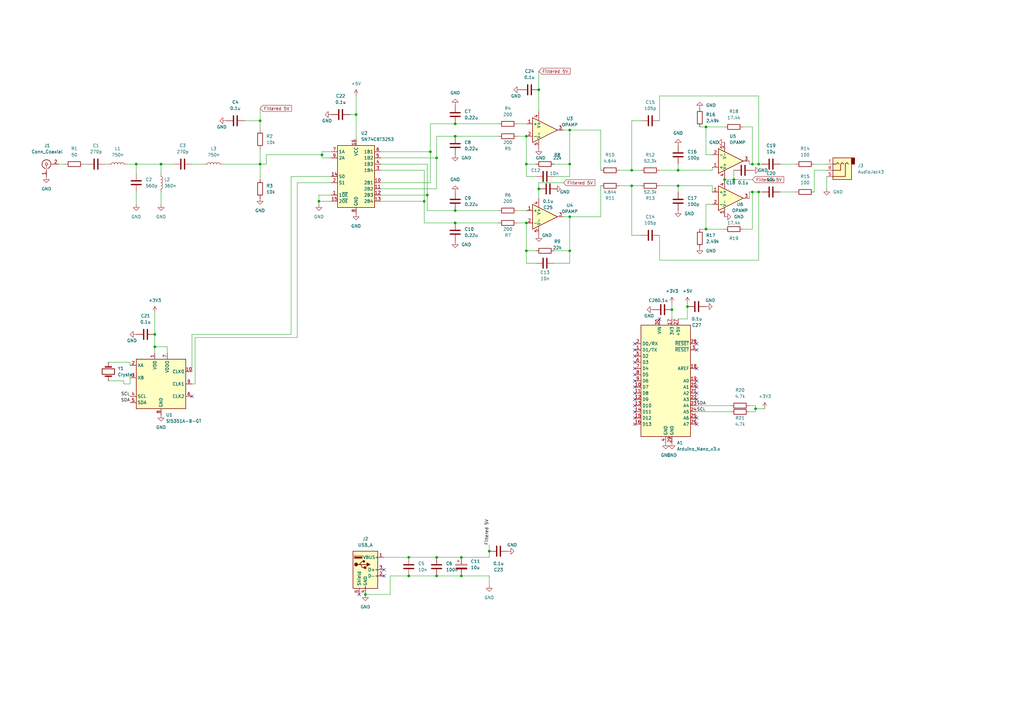
<source format=kicad_sch>
(kicad_sch (version 20211123) (generator eeschema)
  (paper "A3")
  (lib_symbols
    (symbol "Analog_Switch:SN74CBT3253"
      (property "Reference" "U" (at -7.62 13.97 0))
      (property "Value" "SN74CBT3253" (at -11.43 -13.97 0))
      (symbol "SN74CBT3253_0_1"
        (rectangle (start -7.62 12.7) (end 7.62 -12.7) (stroke (width 0.254)) (fill (type background)))
        (rectangle (start 7.62 -12.7) (end 7.62 -12.7))
      )
      (symbol "SN74CBT3253_1_1"
        (pin input line (at -10.16 -7.62 0) (length 2.54) (name "1~{OE}") (number "1"))
        (pin bidirectional line (at 10.16 -2.54 180) (length 2.54) (name "2B1") (number "10"))
        (pin bidirectional line (at 10.16 -5.08 180) (length 2.54) (name "2B2") (number "11"))
        (pin bidirectional line (at 10.16 -7.62 180) (length 2.54) (name "2B3") (number "12"))
        (pin bidirectional line (at 10.16 -10.16 180) (length 2.54) (name "2B4") (number "13"))
        (pin input line (at -10.16 0 0) (length 2.54) (name "S0") (number "14"))
        (pin input line (at -10.16 -10.16 0) (length 2.54) (name "2~{OE}") (number "15"))
        (pin power_in line (at 0 15.24 270) (length 2.54) (name "VCC") (number "16"))
        (pin input line (at -10.16 -2.54 0) (length 2.54) (name "S1") (number "2"))
        (pin bidirectional line (at 10.16 2.54 180) (length 2.54) (name "1B4") (number "3"))
        (pin bidirectional line (at 10.16 5.08 180) (length 2.54) (name "1B3") (number "4"))
        (pin bidirectional line (at 10.16 7.62 180) (length 2.54) (name "1B2") (number "5"))
        (pin bidirectional line (at 10.16 10.16 180) (length 2.54) (name "1B1") (number "6"))
        (pin bidirectional line (at -10.16 10.16 0) (length 2.54) (name "1A") (number "7"))
        (pin power_in line (at 0 -15.24 90) (length 2.54) (name "GND") (number "8"))
        (pin bidirectional line (at -10.16 7.62 0) (length 2.54) (name "2A") (number "9"))
      )
    )
    (symbol "Connector:AudioJack3"
      (property "Reference" "J" (at 0 8.89 0))
      (property "Value" "AudioJack3" (at 0 6.35 0))
      (symbol "AudioJack3_0_1"
        (rectangle (start -5.08 -5.08) (end -6.35 -2.54) (stroke (width 0.254)) (fill (type outline)))
        (polyline (pts (xy 0 -2.54) (xy 0.635 -3.175) (xy 1.27 -2.54) (xy 2.54 -2.54)) (stroke (width 0.254)))
        (polyline (pts (xy -1.905 -2.54) (xy -1.27 -3.175) (xy -0.635 -2.54) (xy -0.635 0) (xy 2.54 0)) (stroke (width 0.254)))
        (polyline (pts (xy 2.54 2.54) (xy -2.54 2.54) (xy -2.54 -2.54) (xy -3.175 -3.175) (xy -3.81 -2.54)) (stroke (width 0.254)))
        (rectangle (start 2.54 3.81) (end -5.08 -5.08) (stroke (width 0.254)) (fill (type background)))
      )
      (symbol "AudioJack3_1_1"
        (pin passive line (at 5.08 0 180) (length 2.54) (name "~") (number "R"))
        (pin passive line (at 5.08 2.54 180) (length 2.54) (name "~") (number "S"))
        (pin passive line (at 5.08 -2.54 180) (length 2.54) (name "~") (number "T"))
      )
    )
    (symbol "Connector:Conn_Coaxial" (pin_names (offset 1.016) hide)
      (property "Reference" "J" (at 0.254 3.048 0))
      (property "Value" "Conn_Coaxial" (at 2.921 0 90))
      (symbol "Conn_Coaxial_0_1"
        (arc (start -1.778 -0.508) (mid 0.2311 -1.8066) (end 1.778 0) (stroke (width 0.254)))
        (polyline (pts (xy -2.54 0) (xy -0.508 0)))
        (polyline (pts (xy 0 -2.54) (xy 0 -1.778)))
        (circle (center 0 0) (radius 0.508) (stroke (width 0.2032)))
        (arc (start 1.778 0) (mid 0.2099 1.8101) (end -1.778 0.508) (stroke (width 0.254)))
      )
      (symbol "Conn_Coaxial_1_1"
        (pin passive line (at -5.08 0 0) (length 2.54) (name "In") (number "1"))
        (pin passive line (at 0 -5.08 90) (length 2.54) (name "Ext") (number "2"))
      )
    )
    (symbol "Connector:USB_A" (pin_names (offset 1.016))
      (property "Reference" "J" (at -5.08 11.43 0))
      (property "Value" "USB_A" (at -5.08 8.89 0))
      (symbol "USB_A_0_1"
        (rectangle (start -5.08 -7.62) (end 5.08 7.62) (stroke (width 0.254)) (fill (type background)))
        (circle (center -3.81 2.159) (radius 0.635) (stroke (width 0.254)) (fill (type outline)))
        (rectangle (start -1.524 4.826) (end -4.318 5.334) (fill (type outline)))
        (rectangle (start -1.27 4.572) (end -4.572 5.842))
        (circle (center -0.635 3.429) (radius 0.381) (stroke (width 0.254)) (fill (type outline)))
        (rectangle (start -0.127 -7.62) (end 0.127 -6.858))
        (polyline (pts (xy -3.175 2.159) (xy -2.54 2.159) (xy -1.27 3.429) (xy -0.635 3.429)) (stroke (width 0.254)))
        (polyline (pts (xy -2.54 2.159) (xy -1.905 2.159) (xy -1.27 0.889) (xy 0 0.889)) (stroke (width 0.254)))
        (polyline (pts (xy 0.635 2.794) (xy 0.635 1.524) (xy 1.905 2.159) (xy 0.635 2.794)) (stroke (width 0.254)) (fill (type outline)))
        (rectangle (start 0.254 1.27) (end -0.508 0.508) (stroke (width 0.254)) (fill (type outline)))
        (rectangle (start 5.08 -2.667) (end 4.318 -2.413))
        (rectangle (start 5.08 -0.127) (end 4.318 0.127))
        (rectangle (start 5.08 4.953) (end 4.318 5.207))
      )
      (symbol "USB_A_1_1"
        (polyline (pts (xy -1.905 2.159) (xy 0.635 2.159)) (stroke (width 0.254)))
        (pin power_in line (at 7.62 5.08 180) (length 2.54) (name "VBUS") (number "1"))
        (pin bidirectional line (at 7.62 -2.54 180) (length 2.54) (name "D-") (number "2"))
        (pin bidirectional line (at 7.62 0 180) (length 2.54) (name "D+") (number "3"))
        (pin power_in line (at 0 -10.16 90) (length 2.54) (name "GND") (number "4"))
        (pin passive line (at -2.54 -10.16 90) (length 2.54) (name "Shield") (number "5"))
      )
    )
    (symbol "Device:C" (pin_numbers hide) (pin_names (offset 0.254))
      (property "Reference" "C" (at 0.635 2.54 0))
      (property "Value" "C" (at 0.635 -2.54 0))
      (symbol "C_0_1"
        (polyline (pts (xy -2.032 -0.762) (xy 2.032 -0.762)) (stroke (width 0.508)))
        (polyline (pts (xy -2.032 0.762) (xy 2.032 0.762)) (stroke (width 0.508)))
      )
      (symbol "C_1_1"
        (pin passive line (at 0 3.81 270) (length 2.794) (name "~") (number "1"))
        (pin passive line (at 0 -3.81 90) (length 2.794) (name "~") (number "2"))
      )
    )
    (symbol "Device:C_Polarized" (pin_numbers hide) (pin_names (offset 0.254))
      (property "Reference" "C" (at 0.635 2.54 0))
      (property "Value" "C_Polarized" (at 0.635 -2.54 0))
      (symbol "C_Polarized_0_1"
        (rectangle (start -2.286 0.508) (end 2.286 1.016))
        (polyline (pts (xy -1.778 2.286) (xy -0.762 2.286)))
        (polyline (pts (xy -1.27 2.794) (xy -1.27 1.778)))
        (rectangle (start 2.286 -0.508) (end -2.286 -1.016) (fill (type outline)))
      )
      (symbol "C_Polarized_1_1"
        (pin passive line (at 0 3.81 270) (length 2.794) (name "~") (number "1"))
        (pin passive line (at 0 -3.81 90) (length 2.794) (name "~") (number "2"))
      )
    )
    (symbol "Device:Crystal" (pin_numbers hide) (pin_names (offset 1.016) hide)
      (property "Reference" "Y" (at 0 3.81 0))
      (property "Value" "Crystal" (at 0 -3.81 0))
      (symbol "Crystal_0_1"
        (rectangle (start -1.143 2.54) (end 1.143 -2.54) (stroke (width 0.3048)))
        (polyline (pts (xy -2.54 0) (xy -1.905 0)))
        (polyline (pts (xy -1.905 -1.27) (xy -1.905 1.27)) (stroke (width 0.508)))
        (polyline (pts (xy 1.905 -1.27) (xy 1.905 1.27)) (stroke (width 0.508)))
        (polyline (pts (xy 2.54 0) (xy 1.905 0)))
      )
      (symbol "Crystal_1_1"
        (pin passive line (at -3.81 0 0) (length 1.27) (name "1") (number "1"))
        (pin passive line (at 3.81 0 180) (length 1.27) (name "2") (number "2"))
      )
    )
    (symbol "Device:L" (pin_numbers hide) (pin_names (offset 1.016) hide)
      (property "Reference" "L" (at -1.27 0 90))
      (property "Value" "L" (at 1.905 0 90))
      (symbol "L_0_1"
        (arc (start 0 -2.54) (mid 0.635 -1.905) (end 0 -1.27))
        (arc (start 0 -1.27) (mid 0.635 -0.635) (end 0 0))
        (arc (start 0 0) (mid 0.635 0.635) (end 0 1.27))
        (arc (start 0 1.27) (mid 0.635 1.905) (end 0 2.54))
      )
      (symbol "L_1_1"
        (pin passive line (at 0 3.81 270) (length 1.27) (name "1") (number "1"))
        (pin passive line (at 0 -3.81 90) (length 1.27) (name "2") (number "2"))
      )
    )
    (symbol "Device:R" (pin_numbers hide) (pin_names (offset 0))
      (property "Reference" "R" (at 2.032 0 90))
      (property "Value" "R" (at 0 0 90))
      (symbol "R_0_1"
        (rectangle (start -1.016 -2.54) (end 1.016 2.54) (stroke (width 0.254)))
      )
      (symbol "R_1_1"
        (pin passive line (at 0 3.81 270) (length 1.27) (name "~") (number "1"))
        (pin passive line (at 0 -3.81 90) (length 1.27) (name "~") (number "2"))
      )
    )
    (symbol "MCU_Module:Arduino_Nano_v3.x"
      (property "Reference" "A" (at -10.16 23.495 0))
      (property "Value" "Arduino_Nano_v3.x" (at 5.08 -24.13 0))
      (symbol "Arduino_Nano_v3.x_0_1"
        (rectangle (start -10.16 22.86) (end 10.16 -22.86) (stroke (width 0.254)) (fill (type background)))
      )
      (symbol "Arduino_Nano_v3.x_1_1"
        (pin bidirectional line (at -12.7 12.7 0) (length 2.54) (name "D1/TX") (number "1"))
        (pin bidirectional line (at -12.7 -2.54 0) (length 2.54) (name "D7") (number "10"))
        (pin bidirectional line (at -12.7 -5.08 0) (length 2.54) (name "D8") (number "11"))
        (pin bidirectional line (at -12.7 -7.62 0) (length 2.54) (name "D9") (number "12"))
        (pin bidirectional line (at -12.7 -10.16 0) (length 2.54) (name "D10") (number "13"))
        (pin bidirectional line (at -12.7 -12.7 0) (length 2.54) (name "D11") (number "14"))
        (pin bidirectional line (at -12.7 -15.24 0) (length 2.54) (name "D12") (number "15"))
        (pin bidirectional line (at -12.7 -17.78 0) (length 2.54) (name "D13") (number "16"))
        (pin power_out line (at 2.54 25.4 270) (length 2.54) (name "3V3") (number "17"))
        (pin input line (at 12.7 5.08 180) (length 2.54) (name "AREF") (number "18"))
        (pin bidirectional line (at 12.7 0 180) (length 2.54) (name "A0") (number "19"))
        (pin bidirectional line (at -12.7 15.24 0) (length 2.54) (name "D0/RX") (number "2"))
        (pin bidirectional line (at 12.7 -2.54 180) (length 2.54) (name "A1") (number "20"))
        (pin bidirectional line (at 12.7 -5.08 180) (length 2.54) (name "A2") (number "21"))
        (pin bidirectional line (at 12.7 -7.62 180) (length 2.54) (name "A3") (number "22"))
        (pin bidirectional line (at 12.7 -10.16 180) (length 2.54) (name "A4") (number "23"))
        (pin bidirectional line (at 12.7 -12.7 180) (length 2.54) (name "A5") (number "24"))
        (pin bidirectional line (at 12.7 -15.24 180) (length 2.54) (name "A6") (number "25"))
        (pin bidirectional line (at 12.7 -17.78 180) (length 2.54) (name "A7") (number "26"))
        (pin power_out line (at 5.08 25.4 270) (length 2.54) (name "+5V") (number "27"))
        (pin input line (at 12.7 15.24 180) (length 2.54) (name "~{RESET}") (number "28"))
        (pin power_in line (at 2.54 -25.4 90) (length 2.54) (name "GND") (number "29"))
        (pin input line (at 12.7 12.7 180) (length 2.54) (name "~{RESET}") (number "3"))
        (pin power_in line (at -2.54 25.4 270) (length 2.54) (name "VIN") (number "30"))
        (pin power_in line (at 0 -25.4 90) (length 2.54) (name "GND") (number "4"))
        (pin bidirectional line (at -12.7 10.16 0) (length 2.54) (name "D2") (number "5"))
        (pin bidirectional line (at -12.7 7.62 0) (length 2.54) (name "D3") (number "6"))
        (pin bidirectional line (at -12.7 5.08 0) (length 2.54) (name "D4") (number "7"))
        (pin bidirectional line (at -12.7 2.54 0) (length 2.54) (name "D5") (number "8"))
        (pin bidirectional line (at -12.7 0 0) (length 2.54) (name "D6") (number "9"))
      )
    )
    (symbol "Oscillator:Si5351A-B-GT"
      (property "Reference" "U" (at -8.89 11.43 0))
      (property "Value" "Si5351A-B-GT" (at -12.7 -12.7 0))
      (symbol "Si5351A-B-GT_0_1"
        (rectangle (start -10.16 10.16) (end 10.16 -10.16) (stroke (width 0.254)) (fill (type background)))
      )
      (symbol "Si5351A-B-GT_1_1"
        (pin power_in line (at -2.54 12.7 270) (length 2.54) (name "VDD") (number "1"))
        (pin output line (at 12.7 5.08 180) (length 2.54) (name "CLK0") (number "10"))
        (pin input line (at -12.7 7.62 0) (length 2.54) (name "XA") (number "2"))
        (pin input line (at -12.7 2.54 0) (length 2.54) (name "XB") (number "3"))
        (pin input line (at -12.7 -5.08 0) (length 2.54) (name "SCL") (number "4"))
        (pin bidirectional line (at -12.7 -7.62 0) (length 2.54) (name "SDA") (number "5"))
        (pin output line (at 12.7 -5.08 180) (length 2.54) (name "CLK2") (number "6"))
        (pin power_in line (at 2.54 12.7 270) (length 2.54) (name "VDDO") (number "7"))
        (pin power_in line (at 0 -12.7 90) (length 2.54) (name "GND") (number "8"))
        (pin output line (at 12.7 0 180) (length 2.54) (name "CLK1") (number "9"))
      )
    )
    (symbol "power:+3.3V" (power) (pin_names (offset 0))
      (property "Value" "+3.3V" (at 0 3.556 0))
      (symbol "+3.3V_0_1"
        (polyline (pts (xy -0.762 1.27) (xy 0 2.54)))
        (polyline (pts (xy 0 0) (xy 0 2.54)))
        (polyline (pts (xy 0 2.54) (xy 0.762 1.27)))
      )
      (symbol "+3.3V_1_1"
        (pin power_in line (at 0 0 90) (length 0) hide (name "+3V3") (number "1"))
      )
    )
    (symbol "power:+5V" (power) (pin_names (offset 0))
      (property "Value" "+5V" (at 0 3.556 0))
      (symbol "+5V_0_1"
        (polyline (pts (xy -0.762 1.27) (xy 0 2.54)))
        (polyline (pts (xy 0 0) (xy 0 2.54)))
        (polyline (pts (xy 0 2.54) (xy 0.762 1.27)))
      )
      (symbol "+5V_1_1"
        (pin power_in line (at 0 0 90) (length 0) hide (name "+5V") (number "1"))
      )
    )
    (symbol "power:GND" (power) (pin_names (offset 0))
      (property "Value" "GND" (at 0 -3.81 0))
      (symbol "GND_0_1"
        (polyline (pts (xy 0 0) (xy 0 -1.27) (xy 1.27 -1.27) (xy 0 -2.54) (xy -1.27 -1.27) (xy 0 -1.27)))
      )
      (symbol "GND_1_1"
        (pin power_in line (at 0 0 270) (length 0) hide (name "GND") (number "1"))
      )
    )
    (symbol "pspice:OPAMP" (pin_names (offset 0.254))
      (property "Reference" "U" (at 3.81 3.175 0))
      (property "Value" "OPAMP" (at 3.81 -3.175 0))
      (symbol "OPAMP_0_1"
        (polyline (pts (xy 5.08 0) (xy -5.08 5.08) (xy -5.08 -5.08) (xy 5.08 0)) (stroke (width 0.254)) (fill (type background)))
      )
      (symbol "OPAMP_1_1"
        (pin input line (at -7.62 2.54 0) (length 2.54) (name "+") (number "1"))
        (pin input line (at -7.62 -2.54 0) (length 2.54) (name "-") (number "2"))
        (pin output line (at 7.62 0 180) (length 2.54) (name "~") (number "3"))
        (pin power_in line (at -2.54 7.62 270) (length 3.81) (name "V+") (number "4"))
        (pin power_in line (at -2.54 -7.62 90) (length 3.81) (name "V-") (number "5"))
      )
    )
  )
  (junction (at 175.26 80.01))
  (junction (at 66.04 67.31))
  (junction (at 233.68 67.31))
  (junction (at 179.07 64.77))
  (junction (at 55.88 67.31))
  (junction (at 173.99 82.55))
  (junction (at 149.86 243.84))
  (junction (at 259.08 69.85))
  (junction (at 63.5 137.16))
  (junction (at 215.9 67.31))
  (junction (at 106.68 49.53))
  (junction (at 311.15 67.31))
  (junction (at 132.08 63.5))
  (junction (at 200.66 226.06))
  (junction (at 308.61 67.31))
  (junction (at 297.18 73.66))
  (junction (at 281.94 125.73))
  (junction (at 186.69 55.88))
  (junction (at 289.56 93.98))
  (junction (at 63.5 142.24))
  (junction (at 259.08 76.2))
  (junction (at 233.68 102.87))
  (junction (at 308.61 78.74))
  (junction (at 186.69 91.44))
  (junction (at 309.88 167.64))
  (junction (at 146.05 46.99))
  (junction (at 220.98 77.47))
  (junction (at 278.13 76.2))
  (junction (at 275.59 127))
  (junction (at 189.23 236.22))
  (junction (at 106.68 67.31))
  (junction (at 189.23 228.6))
  (junction (at 289.56 52.07))
  (junction (at 167.64 228.6))
  (junction (at 300.99 73.66))
  (junction (at 311.15 78.74))
  (junction (at 130.81 82.55))
  (junction (at 186.69 86.36))
  (junction (at 233.68 88.9))
  (junction (at 215.9 102.87))
  (junction (at 186.69 50.8))
  (junction (at 278.13 69.85))
  (junction (at 215.9 91.44))
  (junction (at 220.98 36.83))
  (junction (at 176.53 62.23))
  (junction (at 233.68 53.34))
  (junction (at 167.64 236.22))
  (junction (at 179.07 236.22))
  (junction (at 215.9 55.88))
  (junction (at 179.07 228.6))
  (no_connect (at 78.74 162.56))
  (no_connect (at 157.48 233.68))
  (no_connect (at 157.48 236.22))
  (no_connect (at 147.32 243.84))
  (no_connect (at 270.51 130.81))
  (no_connect (at 285.75 140.97))
  (no_connect (at 285.75 143.51))
  (no_connect (at 285.75 151.13))
  (no_connect (at 285.75 156.21))
  (no_connect (at 285.75 158.75))
  (no_connect (at 285.75 161.29))
  (no_connect (at 285.75 163.83))
  (no_connect (at 285.75 171.45))
  (no_connect (at 285.75 173.99))
  (no_connect (at 260.35 173.99))
  (no_connect (at 260.35 171.45))
  (no_connect (at 260.35 168.91))
  (no_connect (at 260.35 166.37))
  (no_connect (at 260.35 163.83))
  (no_connect (at 260.35 161.29))
  (no_connect (at 260.35 158.75))
  (no_connect (at 260.35 156.21))
  (no_connect (at 260.35 153.67))
  (no_connect (at 260.35 151.13))
  (no_connect (at 260.35 148.59))
  (no_connect (at 260.35 146.05))
  (no_connect (at 260.35 143.51))
  (no_connect (at 260.35 140.97))
  (wire (pts (xy 289.56 52.07) (xy 289.56 63.5)))
  (wire (pts (xy 78.74 67.31) (xy 83.82 67.31)))
  (wire (pts (xy 246.38 53.34) (xy 246.38 69.85)))
  (wire (pts (xy 289.56 93.98) (xy 297.18 93.98)))
  (wire (pts (xy 100.33 49.53) (xy 106.68 49.53)))
  (wire (pts (xy 80.01 157.48) (xy 80.01 138.43)))
  (wire (pts (xy 179.07 55.88) (xy 186.69 55.88)))
  (wire (pts (xy 308.61 52.07) (xy 304.8 52.07)))
  (wire (pts (xy 300.99 69.85) (xy 300.99 73.66)))
  (wire (pts (xy 220.98 29.21) (xy 220.98 36.83)))
  (wire (pts (xy 167.64 236.22) (xy 179.07 236.22)))
  (wire (pts (xy 304.8 93.98) (xy 308.61 93.98)))
  (wire (pts (xy 78.74 137.16) (xy 78.74 152.4)))
  (wire (pts (xy 34.29 67.31) (xy 35.56 67.31)))
  (wire (pts (xy 106.68 67.31) (xy 106.68 73.66)))
  (wire (pts (xy 270.51 76.2) (xy 278.13 76.2)))
  (wire (pts (xy 259.08 69.85) (xy 262.89 69.85)))
  (wire (pts (xy 292.1 76.2) (xy 292.1 78.74)))
  (wire (pts (xy 156.21 64.77) (xy 179.07 64.77)))
  (wire (pts (xy 246.38 76.2) (xy 246.38 88.9)))
  (wire (pts (xy 278.13 69.85) (xy 292.1 69.85)))
  (wire (pts (xy 80.01 138.43) (xy 121.92 138.43)))
  (wire (pts (xy 307.34 166.37) (xy 309.88 166.37)))
  (wire (pts (xy 308.61 78.74) (xy 307.34 78.74)))
  (wire (pts (xy 189.23 236.22) (xy 200.66 236.22)))
  (wire (pts (xy 212.09 50.8) (xy 215.9 50.8)))
  (wire (pts (xy 308.61 67.31) (xy 311.15 67.31)))
  (wire (pts (xy 130.81 82.55) (xy 135.89 82.55)))
  (wire (pts (xy 156.21 77.47) (xy 179.07 77.47)))
  (wire (pts (xy 175.26 86.36) (xy 186.69 86.36)))
  (wire (pts (xy 311.15 39.37) (xy 270.51 39.37)))
  (wire (pts (xy 160.02 243.84) (xy 160.02 236.22)))
  (wire (pts (xy 156.21 80.01) (xy 175.26 80.01)))
  (wire (pts (xy 106.68 67.31) (xy 109.22 67.31)))
  (wire (pts (xy 175.26 67.31) (xy 175.26 80.01)))
  (wire (pts (xy 215.9 107.95) (xy 215.9 102.87)))
  (wire (pts (xy 173.99 82.55) (xy 173.99 91.44)))
  (wire (pts (xy 130.81 82.55) (xy 130.81 83.82)))
  (wire (pts (xy 233.68 53.34) (xy 233.68 67.31)))
  (wire (pts (xy 215.9 67.31) (xy 219.71 67.31)))
  (wire (pts (xy 259.08 49.53) (xy 262.89 49.53)))
  (wire (pts (xy 212.09 86.36) (xy 215.9 86.36)))
  (wire (pts (xy 156.21 69.85) (xy 173.99 69.85)))
  (wire (pts (xy 52.07 67.31) (xy 55.88 67.31)))
  (wire (pts (xy 227.33 102.87) (xy 233.68 102.87)))
  (wire (pts (xy 160.02 236.22) (xy 167.64 236.22)))
  (wire (pts (xy 287.02 93.98) (xy 289.56 93.98)))
  (wire (pts (xy 176.53 62.23) (xy 176.53 50.8)))
  (wire (pts (xy 66.04 78.74) (xy 66.04 83.82)))
  (wire (pts (xy 143.51 46.99) (xy 146.05 46.99)))
  (wire (pts (xy 220.98 36.83) (xy 220.98 45.72)))
  (wire (pts (xy 285.75 168.91) (xy 299.72 168.91)))
  (wire (pts (xy 233.68 67.31) (xy 233.68 72.39)))
  (wire (pts (xy 109.22 63.5) (xy 132.08 63.5)))
  (wire (pts (xy 63.5 142.24) (xy 68.58 142.24)))
  (wire (pts (xy 186.69 50.8) (xy 204.47 50.8)))
  (wire (pts (xy 109.22 67.31) (xy 109.22 63.5)))
  (wire (pts (xy 63.5 128.27) (xy 63.5 137.16)))
  (wire (pts (xy 308.61 78.74) (xy 308.61 93.98)))
  (wire (pts (xy 233.68 88.9) (xy 246.38 88.9)))
  (wire (pts (xy 63.5 142.24) (xy 63.5 144.78)))
  (wire (pts (xy 212.09 91.44) (xy 215.9 91.44)))
  (wire (pts (xy 215.9 67.31) (xy 215.9 72.39)))
  (wire (pts (xy 259.08 76.2) (xy 259.08 96.52)))
  (wire (pts (xy 285.75 166.37) (xy 299.72 166.37)))
  (wire (pts (xy 135.89 80.01) (xy 130.81 80.01)))
  (wire (pts (xy 173.99 91.44) (xy 186.69 91.44)))
  (wire (pts (xy 66.04 67.31) (xy 71.12 67.31)))
  (wire (pts (xy 189.23 228.6) (xy 200.66 228.6)))
  (wire (pts (xy 119.38 137.16) (xy 78.74 137.16)))
  (wire (pts (xy 275.59 124.46) (xy 275.59 127)))
  (wire (pts (xy 339.09 72.39) (xy 339.09 77.47)))
  (wire (pts (xy 275.59 127) (xy 275.59 130.81)))
  (wire (pts (xy 156.21 74.93) (xy 176.53 74.93)))
  (wire (pts (xy 259.08 96.52) (xy 262.89 96.52)))
  (wire (pts (xy 121.92 138.43) (xy 121.92 74.93)))
  (wire (pts (xy 220.98 77.47) (xy 220.98 74.93)))
  (wire (pts (xy 91.44 67.31) (xy 106.68 67.31)))
  (wire (pts (xy 320.04 67.31) (xy 326.39 67.31)))
  (wire (pts (xy 215.9 55.88) (xy 215.9 67.31)))
  (wire (pts (xy 186.69 86.36) (xy 204.47 86.36)))
  (wire (pts (xy 220.98 81.28) (xy 220.98 77.47)))
  (wire (pts (xy 270.51 106.68) (xy 270.51 96.52)))
  (wire (pts (xy 157.48 228.6) (xy 167.64 228.6)))
  (wire (pts (xy 281.94 130.81) (xy 281.94 125.73)))
  (wire (pts (xy 63.5 137.16) (xy 63.5 142.24)))
  (wire (pts (xy 309.88 166.37) (xy 309.88 167.64)))
  (wire (pts (xy 132.08 64.77) (xy 132.08 63.5)))
  (wire (pts (xy 156.21 82.55) (xy 173.99 82.55)))
  (wire (pts (xy 307.34 168.91) (xy 309.88 168.91)))
  (wire (pts (xy 55.88 78.74) (xy 55.88 83.82)))
  (wire (pts (xy 200.66 236.22) (xy 200.66 240.03)))
  (wire (pts (xy 212.09 55.88) (xy 215.9 55.88)))
  (wire (pts (xy 233.68 88.9) (xy 231.14 88.9)))
  (wire (pts (xy 308.61 78.74) (xy 311.15 78.74)))
  (wire (pts (xy 227.33 107.95) (xy 233.68 107.95)))
  (wire (pts (xy 121.92 74.93) (xy 135.89 74.93)))
  (wire (pts (xy 219.71 102.87) (xy 215.9 102.87)))
  (wire (pts (xy 287.02 52.07) (xy 289.56 52.07)))
  (wire (pts (xy 53.34 157.48) (xy 53.34 154.94)))
  (wire (pts (xy 228.6 77.47) (xy 227.33 77.47)))
  (wire (pts (xy 186.69 55.88) (xy 204.47 55.88)))
  (wire (pts (xy 53.34 148.59) (xy 53.34 149.86)))
  (wire (pts (xy 289.56 63.5) (xy 292.1 63.5)))
  (wire (pts (xy 219.71 107.95) (xy 215.9 107.95)))
  (wire (pts (xy 227.33 67.31) (xy 233.68 67.31)))
  (wire (pts (xy 227.33 72.39) (xy 233.68 72.39)))
  (wire (pts (xy 176.53 74.93) (xy 176.53 62.23)))
  (wire (pts (xy 270.51 39.37) (xy 270.51 49.53)))
  (wire (pts (xy 307.34 67.31) (xy 308.61 67.31)))
  (wire (pts (xy 179.07 236.22) (xy 189.23 236.22)))
  (wire (pts (xy 220.98 74.93) (xy 231.14 74.93)))
  (wire (pts (xy 289.56 83.82) (xy 292.1 83.82)))
  (wire (pts (xy 259.08 69.85) (xy 259.08 49.53)))
  (wire (pts (xy 311.15 67.31) (xy 312.42 67.31)))
  (wire (pts (xy 167.64 228.6) (xy 179.07 228.6)))
  (wire (pts (xy 156.21 67.31) (xy 175.26 67.31)))
  (wire (pts (xy 186.69 91.44) (xy 204.47 91.44)))
  (wire (pts (xy 278.13 130.81) (xy 281.94 130.81)))
  (wire (pts (xy 44.45 67.31) (xy 43.18 67.31)))
  (wire (pts (xy 179.07 228.6) (xy 189.23 228.6)))
  (wire (pts (xy 132.08 63.5) (xy 132.08 62.23)))
  (wire (pts (xy 309.88 167.64) (xy 309.88 168.91)))
  (wire (pts (xy 233.68 107.95) (xy 233.68 102.87)))
  (wire (pts (xy 233.68 53.34) (xy 246.38 53.34)))
  (wire (pts (xy 281.94 125.73) (xy 281.94 124.46)))
  (wire (pts (xy 135.89 72.39) (xy 119.38 72.39)))
  (wire (pts (xy 50.8 157.48) (xy 53.34 157.48)))
  (wire (pts (xy 24.13 67.31) (xy 26.67 67.31)))
  (wire (pts (xy 106.68 60.96) (xy 106.68 67.31)))
  (wire (pts (xy 156.21 62.23) (xy 176.53 62.23)))
  (wire (pts (xy 233.68 102.87) (xy 233.68 88.9)))
  (wire (pts (xy 215.9 102.87) (xy 215.9 91.44)))
  (wire (pts (xy 300.99 73.66) (xy 308.61 73.66)))
  (wire (pts (xy 334.01 67.31) (xy 339.09 67.31)))
  (wire (pts (xy 173.99 69.85) (xy 173.99 82.55)))
  (wire (pts (xy 320.04 78.74) (xy 326.39 78.74)))
  (wire (pts (xy 311.15 78.74) (xy 311.15 106.68)))
  (wire (pts (xy 50.8 156.21) (xy 44.45 156.21)))
  (wire (pts (xy 311.15 39.37) (xy 311.15 67.31)))
  (wire (pts (xy 55.88 67.31) (xy 55.88 71.12)))
  (wire (pts (xy 135.89 64.77) (xy 132.08 64.77)))
  (wire (pts (xy 278.13 76.2) (xy 278.13 78.74)))
  (wire (pts (xy 233.68 53.34) (xy 231.14 53.34)))
  (wire (pts (xy 44.45 148.59) (xy 53.34 148.59)))
  (wire (pts (xy 149.86 243.84) (xy 160.02 243.84)))
  (wire (pts (xy 55.88 67.31) (xy 66.04 67.31)))
  (wire (pts (xy 259.08 76.2) (xy 262.89 76.2)))
  (wire (pts (xy 334.01 69.85) (xy 339.09 69.85)))
  (wire (pts (xy 311.15 106.68) (xy 270.51 106.68)))
  (wire (pts (xy 311.15 78.74) (xy 312.42 78.74)))
  (wire (pts (xy 66.04 67.31) (xy 66.04 71.12)))
  (wire (pts (xy 278.13 67.31) (xy 278.13 69.85)))
  (wire (pts (xy 68.58 142.24) (xy 68.58 144.78)))
  (wire (pts (xy 200.66 223.52) (xy 200.66 226.06)))
  (wire (pts (xy 175.26 80.01) (xy 175.26 86.36)))
  (wire (pts (xy 297.18 73.66) (xy 300.99 73.66)))
  (wire (pts (xy 179.07 55.88) (xy 179.07 64.77)))
  (wire (pts (xy 215.9 72.39) (xy 219.71 72.39)))
  (wire (pts (xy 200.66 226.06) (xy 200.66 228.6)))
  (wire (pts (xy 119.38 72.39) (xy 119.38 137.16)))
  (wire (pts (xy 130.81 80.01) (xy 130.81 82.55)))
  (wire (pts (xy 309.88 167.64) (xy 313.69 167.64)))
  (wire (pts (xy 254 76.2) (xy 259.08 76.2)))
  (wire (pts (xy 146.05 46.99) (xy 146.05 57.15)))
  (wire (pts (xy 289.56 83.82) (xy 289.56 93.98)))
  (wire (pts (xy 292.1 69.85) (xy 292.1 68.58)))
  (wire (pts (xy 106.68 44.45) (xy 106.68 49.53)))
  (wire (pts (xy 176.53 50.8) (xy 186.69 50.8)))
  (wire (pts (xy 307.34 66.04) (xy 307.34 67.31)))
  (wire (pts (xy 132.08 62.23) (xy 135.89 62.23)))
  (wire (pts (xy 308.61 52.07) (xy 308.61 67.31)))
  (wire (pts (xy 78.74 157.48) (xy 80.01 157.48)))
  (wire (pts (xy 307.34 78.74) (xy 307.34 81.28)))
  (wire (pts (xy 254 69.85) (xy 259.08 69.85)))
  (wire (pts (xy 289.56 52.07) (xy 297.18 52.07)))
  (wire (pts (xy 146.05 39.37) (xy 146.05 46.99)))
  (wire (pts (xy 278.13 76.2) (xy 292.1 76.2)))
  (wire (pts (xy 50.8 157.48) (xy 50.8 156.21)))
  (wire (pts (xy 179.07 64.77) (xy 179.07 77.47)))
  (wire (pts (xy 334.01 78.74) (xy 334.01 69.85)))
  (wire (pts (xy 270.51 69.85) (xy 278.13 69.85)))
  (wire (pts (xy 106.68 49.53) (xy 106.68 53.34)))
  (label "Filtered 5V" (at 200.66 223.52 90))
  (label "SDA" (at 285.75 166.37 0))
  (label "SDA" (at 53.34 165.1 180))
  (label "SCL" (at 285.75 168.91 0))
  (label "SCL" (at 53.34 162.56 180))
  (global_label "Filtered 5V" (shape input) (at 106.68 44.45 0) (property "Intersheet References" "${INTERSHEET_REFS}" (effects hide)))
  (global_label "Filtered 5V" (shape input) (at 231.14 74.93 0) (property "Intersheet References" "${INTERSHEET_REFS}" (effects hide)))
  (global_label "Filtered 5V" (shape input) (at 220.98 29.21 0) (property "Intersheet References" "${INTERSHEET_REFS}" (effects hide)))
  (global_label "Filtered 5V" (shape input) (at 308.61 73.66 0) (property "Intersheet References" "${INTERSHEET_REFS}" (effects hide)))
  (symbol (lib_id "Connector:Conn_Coaxial") (at 19.05 67.31 90) (unit 1)
    (property "Reference" "J1" (at 19.3432 59.69 90))
    (property "Value" "Conn_Coaxial" (at 19.3432 62.23 90))
    (property "Datasheet" " ~" (effects hide))
  )
  (symbol (lib_id "power:GND") (at 92.71 49.53 270) (unit 1)
    (property "Reference" "#PWR06" (effects hide))
    (property "Value" "GND" (at 88.9 52.07 90) (effects (justify left)))
  )
  (symbol (lib_id "Device:R") (at 30.48 67.31 90) (unit 1)
    (property "Reference" "R1" (at 30.48 60.96 90))
    (property "Value" "50" (at 30.48 63.5 90))
  )
  (symbol (lib_id "Device:L") (at 66.04 74.93 0) (unit 1)
    (property "Reference" "L2" (at 67.31 73.6599 0) (effects (justify left)))
    (property "Value" "360n" (at 67.31 76.1999 0) (effects (justify left)))
  )
  (symbol (lib_id "power:GND") (at 287.02 44.45 180) (unit 1)
    (property "Reference" "#PWR0105" (effects hide))
    (property "Value" "GND" (at 289.56 43.1799 0) (effects (justify right)))
  )
  (symbol (lib_id "Device:C") (at 74.93 67.31 90) (unit 1)
    (property "Reference" "C3" (at 74.93 59.69 90))
    (property "Value" "270p" (at 74.93 62.23 90))
  )
  (symbol (lib_id "power:GND") (at 149.86 243.84 0) (unit 1)
    (property "Reference" "#PWR011" (effects hide))
    (property "Value" "GND" (at 149.86 248.92 0))
  )
  (symbol (lib_id "Device:C") (at 39.37 67.31 270) (unit 1)
    (property "Reference" "C1" (at 39.37 59.69 90))
    (property "Value" "270p" (at 39.37 62.23 90))
  )
  (symbol (lib_id "Device:C") (at 223.52 72.39 270) (unit 1)
    (property "Reference" "C12" (at 219.71 69.85 90))
    (property "Value" "10n" (at 227.33 71.12 90))
  )
  (symbol (lib_id "Device:R") (at 287.02 48.26 180) (unit 1)
    (property "Reference" "R16" (at 289.56 46.9899 0) (effects (justify right)))
    (property "Value" "2.49k" (at 289.56 49.5299 0) (effects (justify right)))
  )
  (symbol (lib_id "Device:C") (at 278.13 82.55 180) (unit 1)
    (property "Reference" "C17" (at 281.94 81.2799 0) (effects (justify right)))
    (property "Value" "100p" (at 281.94 83.8199 0) (effects (justify right)))
  )
  (symbol (lib_id "Device:R") (at 330.2 78.74 270) (unit 1)
    (property "Reference" "R15" (at 330.2 72.39 90))
    (property "Value" "100" (at 330.2 74.93 90))
  )
  (symbol (lib_id "Device:R") (at 106.68 77.47 0) (unit 1)
    (property "Reference" "R3" (at 109.22 76.1999 0) (effects (justify left)))
    (property "Value" "10k" (at 109.22 78.7399 0) (effects (justify left)))
  )
  (symbol (lib_id "Device:R") (at 303.53 168.91 270) (unit 1)
    (property "Reference" "R21" (at 303.53 171.45 90))
    (property "Value" "4.7k" (at 303.53 173.99 90))
  )
  (symbol (lib_id "power:+3.3V") (at 63.5 128.27 0) (unit 1)
    (property "Reference" "#PWR03" (effects hide))
    (property "Value" "+3.3V" (at 63.5 123.19 0))
  )
  (symbol (lib_id "Device:C") (at 316.23 67.31 270) (unit 1)
    (property "Reference" "C19" (at 316.23 59.69 90))
    (property "Value" "10u" (at 316.23 62.23 90))
  )
  (symbol (lib_id "power:GND") (at 130.81 83.82 0) (unit 1)
    (property "Reference" "#PWR08" (effects hide))
    (property "Value" "GND" (at 130.81 88.9 0))
  )
  (symbol (lib_id "Connector:AudioJack3") (at 344.17 69.85 180) (unit 1)
    (property "Reference" "J3" (at 351.79 67.9449 0) (effects (justify right)))
    (property "Value" "AudioJack3" (at 351.79 70.4849 0) (effects (justify right)))
  )
  (symbol (lib_id "power:GND") (at 339.09 77.47 0) (unit 1)
    (property "Reference" "#PWR028" (effects hide))
    (property "Value" "GND" (at 341.63 78.7399 0) (effects (justify left)))
  )
  (symbol (lib_id "power:GND") (at 208.28 226.06 90) (unit 1)
    (property "Reference" "#PWR0108" (effects hide))
    (property "Value" "GND" (at 212.09 223.52 90) (effects (justify left)))
  )
  (symbol (lib_id "Device:C") (at 186.69 46.99 180) (unit 1)
    (property "Reference" "C7" (at 190.5 45.7199 0) (effects (justify right)))
    (property "Value" "0.22u" (at 190.5 48.2599 0) (effects (justify right)))
  )
  (symbol (lib_id "power:GND") (at 297.18 88.9 90) (unit 1)
    (property "Reference" "#PWR026" (effects hide))
    (property "Value" "GND" (at 300.99 88.8999 90) (effects (justify right)))
  )
  (symbol (lib_id "Device:C") (at 278.13 63.5 180) (unit 1)
    (property "Reference" "C16" (at 281.94 62.2299 0) (effects (justify right)))
    (property "Value" "100p" (at 281.94 64.7699 0) (effects (justify right)))
  )
  (symbol (lib_id "power:GND") (at 220.98 60.96 0) (unit 1)
    (property "Reference" "#PWR017" (effects hide))
    (property "Value" "GND" (at 219.71 64.77 0) (effects (justify left)))
  )
  (symbol (lib_id "power:GND") (at 146.05 87.63 0) (unit 1)
    (property "Reference" "#PWR010" (effects hide))
    (property "Value" "GND" (at 146.05 92.71 0))
  )
  (symbol (lib_id "Device:R") (at 208.28 55.88 90) (unit 1)
    (property "Reference" "R5" (at 208.28 60.96 90))
    (property "Value" "200" (at 208.28 58.42 90))
  )
  (symbol (lib_id "Device:C") (at 59.69 137.16 90) (unit 1)
    (property "Reference" "C21" (at 59.69 129.54 90))
    (property "Value" "0.1u" (at 59.69 132.08 90))
  )
  (symbol (lib_id "Device:C") (at 224.79 77.47 270) (unit 1)
    (property "Reference" "C25" (at 224.79 85.09 90))
    (property "Value" "0.1u" (at 224.79 82.55 90))
  )
  (symbol (lib_id "Device:R") (at 330.2 67.31 270) (unit 1)
    (property "Reference" "R14" (at 330.2 60.96 90))
    (property "Value" "100" (at 330.2 63.5 90))
  )
  (symbol (lib_id "Device:R") (at 208.28 91.44 90) (unit 1)
    (property "Reference" "R7" (at 208.28 96.52 90))
    (property "Value" "200" (at 208.28 93.98 90))
  )
  (symbol (lib_id "power:GND") (at 19.05 72.39 0) (unit 1)
    (property "Reference" "#PWR01" (effects hide))
    (property "Value" "GND" (at 19.05 77.47 0))
  )
  (symbol (lib_id "Device:C") (at 217.17 36.83 90) (unit 1)
    (property "Reference" "C24" (at 217.17 29.21 90))
    (property "Value" "0.1u" (at 217.17 31.75 90))
  )
  (symbol (lib_id "Device:L") (at 48.26 67.31 90) (unit 1)
    (property "Reference" "L1" (at 48.26 60.96 90))
    (property "Value" "750n" (at 48.26 63.5 90))
  )
  (symbol (lib_id "power:GND") (at 186.69 63.5 0) (unit 1)
    (property "Reference" "#PWR013" (effects hide))
    (property "Value" "GND" (at 189.23 64.7699 0) (effects (justify left)))
  )
  (symbol (lib_id "power:GND") (at 267.97 127 270) (unit 1)
    (property "Reference" "#PWR0107" (effects hide))
    (property "Value" "GND" (at 264.16 129.54 90) (effects (justify left)))
  )
  (symbol (lib_id "power:GND") (at 297.18 58.42 270) (unit 1)
    (property "Reference" "#PWR025" (effects hide))
    (property "Value" "GND" (at 290.83 58.42 90) (effects (justify left)))
  )
  (symbol (lib_id "Device:R") (at 208.28 86.36 90) (unit 1)
    (property "Reference" "R6" (at 208.28 80.01 90))
    (property "Value" "200" (at 208.28 82.55 90))
  )
  (symbol (lib_id "Device:C") (at 266.7 96.52 90) (unit 1)
    (property "Reference" "C14" (at 266.7 88.9 90))
    (property "Value" "105p" (at 266.7 91.44 90))
  )
  (symbol (lib_id "Device:R") (at 106.68 57.15 0) (unit 1)
    (property "Reference" "R2" (at 109.22 55.8799 0) (effects (justify left)))
    (property "Value" "10k" (at 109.22 58.4199 0) (effects (justify left)))
  )
  (symbol (lib_id "Device:C") (at 55.88 74.93 0) (unit 1)
    (property "Reference" "C2" (at 59.69 73.6599 0) (effects (justify left)))
    (property "Value" "560p" (at 59.69 76.1999 0) (effects (justify left)))
  )
  (symbol (lib_id "Device:R") (at 250.19 69.85 90) (unit 1)
    (property "Reference" "R10" (at 250.19 63.5 90))
    (property "Value" "4.64k" (at 250.19 66.04 90))
  )
  (symbol (lib_id "MCU_Module:Arduino_Nano_v3.x") (at 273.05 156.21 0) (unit 1)
    (property "Reference" "A1" (at 277.6094 181.61 0) (effects (justify left)))
    (property "Value" "Arduino_Nano_v3.x" (at 277.6094 184.15 0) (effects (justify left)))
    (property "Footprint" "Module:Arduino_Nano" (effects hide))
    (property "Datasheet" "http://www.mouser.com/pdfdocs/Gravitech_Arduino_Nano3_0.pdf" (effects hide))
  )
  (symbol (lib_id "Device:R") (at 208.28 50.8 90) (unit 1)
    (property "Reference" "R4" (at 208.28 44.45 90))
    (property "Value" "200" (at 208.28 46.99 90))
  )
  (symbol (lib_id "Device:R") (at 300.99 52.07 90) (unit 1)
    (property "Reference" "R18" (at 300.99 45.72 90))
    (property "Value" "17.4k" (at 300.99 48.26 90))
  )
  (symbol (lib_id "Device:R") (at 300.99 93.98 270) (unit 1)
    (property "Reference" "R19" (at 300.99 97.79 90))
    (property "Value" "17.4k" (at 300.99 91.44 90))
  )
  (symbol (lib_id "power:GND") (at 220.98 96.52 0) (unit 1)
    (property "Reference" "#PWR018" (effects hide))
    (property "Value" "GND" (at 222.25 96.52 0) (effects (justify left)))
  )
  (symbol (lib_id "Device:C") (at 186.69 82.55 180) (unit 1)
    (property "Reference" "C9" (at 190.5 81.2799 0) (effects (justify right)))
    (property "Value" "0.22u" (at 190.5 83.8199 0) (effects (justify right)))
  )
  (symbol (lib_id "power:GND") (at 135.89 46.99 270) (unit 1)
    (property "Reference" "#PWR0109" (effects hide))
    (property "Value" "GND" (at 132.08 49.53 90) (effects (justify left)))
  )
  (symbol (lib_id "pspice:OPAMP") (at 223.52 53.34 0) (unit 1)
    (property "Reference" "U3" (at 233.68 48.641 0))
    (property "Value" "OPAMP" (at 233.68 51.181 0))
  )
  (symbol (lib_id "power:+5V") (at 281.94 124.46 0) (unit 1)
    (property "Reference" "#PWR022" (effects hide))
    (property "Value" "+5V" (at 281.94 119.38 0))
  )
  (symbol (lib_id "power:GND") (at 55.88 137.16 270) (unit 1)
    (property "Reference" "#PWR0110" (effects hide))
    (property "Value" "GND" (at 52.07 139.7 90) (effects (justify left)))
  )
  (symbol (lib_id "power:GND") (at 106.68 81.28 0) (unit 1)
    (property "Reference" "#PWR07" (effects hide))
    (property "Value" "GND" (at 106.68 86.36 0))
  )
  (symbol (lib_id "power:GND") (at 278.13 59.69 180) (unit 1)
    (property "Reference" "#PWR023" (effects hide))
    (property "Value" "GND" (at 278.13 54.61 0))
  )
  (symbol (lib_id "Device:C") (at 204.47 226.06 270) (unit 1)
    (property "Reference" "C23" (at 204.47 233.68 90))
    (property "Value" "0.1u" (at 204.47 231.14 90))
  )
  (symbol (lib_id "pspice:OPAMP") (at 223.52 88.9 0) (unit 1)
    (property "Reference" "U4" (at 233.68 84.201 0))
    (property "Value" "OPAMP" (at 233.68 86.741 0))
  )
  (symbol (lib_id "Device:R") (at 287.02 97.79 180) (unit 1)
    (property "Reference" "R17" (at 289.56 96.5199 0) (effects (justify right)))
    (property "Value" "2.49k" (at 289.56 99.0599 0) (effects (justify right)))
  )
  (symbol (lib_id "power:GND") (at 66.04 83.82 0) (unit 1)
    (property "Reference" "#PWR04" (effects hide))
    (property "Value" "GND" (at 66.04 88.9 0))
  )
  (symbol (lib_id "power:GND") (at 66.04 170.18 0) (unit 1)
    (property "Reference" "#PWR05" (effects hide))
    (property "Value" "GND" (at 66.04 175.26 0))
  )
  (symbol (lib_id "power:+3.3V") (at 313.69 167.64 0) (unit 1)
    (property "Reference" "#PWR0103" (effects hide))
    (property "Value" "+3.3V" (at 313.69 162.56 0))
  )
  (symbol (lib_id "pspice:OPAMP") (at 299.72 66.04 0) (mirror x) (unit 1)
    (property "Reference" "U5" (at 299.1994 55.88 0) (effects (justify left)))
    (property "Value" "OPAMP" (at 299.1994 58.42 0) (effects (justify left)))
  )
  (symbol (lib_id "Device:C") (at 139.7 46.99 90) (unit 1)
    (property "Reference" "C22" (at 139.7 39.37 90))
    (property "Value" "0.1u" (at 139.7 41.91 90))
  )
  (symbol (lib_id "power:GND") (at 186.69 78.74 180) (unit 1)
    (property "Reference" "#PWR014" (effects hide))
    (property "Value" "GND" (at 186.69 73.66 0))
  )
  (symbol (lib_id "Device:C") (at 223.52 107.95 270) (unit 1)
    (property "Reference" "C13" (at 223.52 111.76 90))
    (property "Value" "10n" (at 223.52 114.3 90))
  )
  (symbol (lib_id "Device:R") (at 266.7 69.85 270) (unit 1)
    (property "Reference" "R12" (at 266.7 63.5 90))
    (property "Value" "52.3k" (at 266.7 66.04 90))
  )
  (symbol (lib_id "power:GND") (at 213.36 36.83 270) (unit 1)
    (property "Reference" "#PWR0106" (effects hide))
    (property "Value" "GND" (at 209.55 39.37 90) (effects (justify left)))
  )
  (symbol (lib_id "Connector:USB_A") (at 149.86 233.68 0) (unit 1)
    (property "Reference" "J2" (at 149.86 220.98 0))
    (property "Value" "USB_A" (at 149.86 223.52 0))
    (property "Footprint" "Connector_USB:USB_A_Molex_67643_Horizontal" (effects hide))
    (property "Datasheet" " ~" (effects hide))
  )
  (symbol (lib_id "power:GND") (at 186.69 99.06 0) (unit 1)
    (property "Reference" "#PWR015" (effects hide))
    (property "Value" "GND" (at 189.23 100.3299 0) (effects (justify left)))
  )
  (symbol (lib_id "power:GND") (at 278.13 86.36 0) (unit 1)
    (property "Reference" "#PWR024" (effects hide))
    (property "Value" "GND" (at 280.67 87.6299 0) (effects (justify left)))
  )
  (symbol (lib_id "power:+5V") (at 146.05 39.37 0) (unit 1)
    (property "Reference" "#PWR09" (effects hide))
    (property "Value" "+5V" (at 146.05 34.29 0))
  )
  (symbol (lib_id "Device:C") (at 179.07 232.41 0) (unit 1)
    (property "Reference" "C6" (at 182.88 231.1399 0) (effects (justify left)))
    (property "Value" "100n" (at 182.88 233.6799 0) (effects (justify left)))
  )
  (symbol (lib_id "Device:R") (at 266.7 76.2 270) (unit 1)
    (property "Reference" "R13" (at 266.7 81.28 90))
    (property "Value" "52.3k" (at 266.7 78.74 90))
  )
  (symbol (lib_id "Device:C") (at 96.52 49.53 90) (unit 1)
    (property "Reference" "C4" (at 96.52 41.91 90))
    (property "Value" "0.1u" (at 96.52 44.45 90))
  )
  (symbol (lib_id "Device:R") (at 223.52 67.31 90) (unit 1)
    (property "Reference" "R8" (at 228.6 63.5 90))
    (property "Value" "22k" (at 228.6 64.77 90))
  )
  (symbol (lib_id "power:+3.3V") (at 275.59 124.46 0) (unit 1)
    (property "Reference" "#PWR020" (effects hide))
    (property "Value" "+3.3V" (at 275.59 119.38 0))
  )
  (symbol (lib_id "Device:R") (at 223.52 102.87 90) (unit 1)
    (property "Reference" "R9" (at 228.6 99.06 90))
    (property "Value" "22k" (at 228.6 101.6 90))
  )
  (symbol (lib_id "Oscillator:Si5351A-B-GT") (at 66.04 157.48 0) (unit 1)
    (property "Reference" "U1" (at 68.0594 170.18 0) (effects (justify left)))
    (property "Value" "Si5351A-B-GT" (at 68.0594 172.72 0) (effects (justify left)))
    (property "Footprint" "Package_SO:MSOP-10_3x3mm_P0.5mm" (effects hide))
    (property "Datasheet" "https://www.silabs.com/documents/public/data-sheets/Si5351-B.pdf" (effects hide))
  )
  (symbol (lib_id "power:GND") (at 308.61 69.85 90) (unit 1)
    (property "Reference" "#PWR027" (effects hide))
    (property "Value" "GND" (at 314.96 69.85 90) (effects (justify left)))
  )
  (symbol (lib_id "Device:C") (at 266.7 49.53 90) (unit 1)
    (property "Reference" "C15" (at 266.7 41.91 90))
    (property "Value" "105p" (at 266.7 44.45 90))
  )
  (symbol (lib_id "Device:C_Polarized") (at 189.23 232.41 0) (unit 1)
    (property "Reference" "C11" (at 193.04 230.2509 0) (effects (justify left)))
    (property "Value" "10u" (at 193.04 232.7909 0) (effects (justify left)))
  )
  (symbol (lib_id "Device:R") (at 303.53 166.37 90) (unit 1)
    (property "Reference" "R20" (at 303.53 160.02 90))
    (property "Value" "4.7k" (at 303.53 162.56 90))
  )
  (symbol (lib_id "Device:C") (at 316.23 78.74 270) (unit 1)
    (property "Reference" "C20" (at 316.23 71.12 90))
    (property "Value" "10u" (at 316.23 73.66 90))
  )
  (symbol (lib_id "power:GND") (at 200.66 240.03 0) (unit 1)
    (property "Reference" "#PWR016" (effects hide))
    (property "Value" "GND" (at 200.66 245.11 0))
  )
  (symbol (lib_id "Device:L") (at 87.63 67.31 90) (unit 1)
    (property "Reference" "L3" (at 87.63 60.96 90))
    (property "Value" "750n" (at 87.63 63.5 90))
  )
  (symbol (lib_id "Device:Crystal") (at 44.45 152.4 90) (unit 1)
    (property "Reference" "Y1" (at 48.26 151.1299 90) (effects (justify right)))
    (property "Value" "Crystal" (at 48.26 153.6699 90) (effects (justify right)))
  )
  (symbol (lib_id "Device:C") (at 304.8 69.85 270) (unit 1)
    (property "Reference" "C18" (at 299.72 74.93 90))
    (property "Value" "0.1u" (at 304.8 74.93 90))
  )
  (symbol (lib_id "pspice:OPAMP") (at 299.72 81.28 0) (unit 1)
    (property "Reference" "U6" (at 303.53 83.82 0))
    (property "Value" "OPAMP" (at 303.53 86.36 0))
  )
  (symbol (lib_id "Device:C") (at 167.64 232.41 0) (unit 1)
    (property "Reference" "C5" (at 171.45 231.1399 0) (effects (justify left)))
    (property "Value" "10n" (at 171.45 233.6799 0) (effects (justify left)))
  )
  (symbol (lib_id "power:GND") (at 287.02 101.6 0) (unit 1)
    (property "Reference" "#PWR0102" (effects hide))
    (property "Value" "GND" (at 289.56 102.8699 0) (effects (justify left)))
  )
  (symbol (lib_id "Analog_Switch:SN74CBT3253") (at 146.05 72.39 0) (unit 1)
    (property "Reference" "U2" (at 148.0694 54.61 0) (effects (justify left)))
    (property "Value" "SN74CBT3253" (at 148.0694 57.15 0) (effects (justify left)))
    (property "Datasheet" "http://www.ti.com/lit/gpn/sn74cbt3253" (effects hide))
  )
  (symbol (lib_id "power:GND") (at 273.05 181.61 0) (unit 1)
    (property "Reference" "#PWR019" (effects hide))
    (property "Value" "GND" (at 273.05 186.69 0))
  )
  (symbol (lib_id "power:GND") (at 55.88 83.82 0) (unit 1)
    (property "Reference" "#PWR02" (effects hide))
    (property "Value" "GND" (at 55.88 88.9 0))
  )
  (symbol (lib_id "power:GND") (at 186.69 43.18 180) (unit 1)
    (property "Reference" "#PWR012" (effects hide))
    (property "Value" "GND" (at 186.69 38.1 0))
  )
  (symbol (lib_id "power:GND") (at 227.33 77.47 90) (unit 1)
    (property "Reference" "#PWR0104" (effects hide))
    (property "Value" "GND" (at 233.68 78.74 90) (effects (justify left)))
  )
  (symbol (lib_id "power:GND") (at 275.59 181.61 0) (unit 1)
    (property "Reference" "#PWR021" (effects hide))
    (property "Value" "GND" (at 275.59 186.69 0))
  )
  (symbol (lib_id "power:GND") (at 289.56 125.73 90) (unit 1)
    (property "Reference" "#PWR0101" (effects hide))
    (property "Value" "GND" (at 293.37 123.19 90) (effects (justify left)))
  )
  (symbol (lib_id "Device:C") (at 285.75 125.73 270) (unit 1)
    (property "Reference" "C27" (at 285.75 133.35 90))
    (property "Value" "0.1u" (at 285.75 130.81 90))
  )
  (symbol (lib_id "Device:C") (at 186.69 59.69 180) (unit 1)
    (property "Reference" "C8" (at 190.5 58.4199 0) (effects (justify right)))
    (property "Value" "0.22u" (at 190.5 60.9599 0) (effects (justify right)))
  )
  (symbol (lib_id "Device:R") (at 250.19 76.2 270) (unit 1)
    (property "Reference" "R11" (at 250.19 81.28 90))
    (property "Value" "4.64k" (at 250.19 78.74 90))
  )
  (symbol (lib_id "Device:C") (at 271.78 127 90) (unit 1)
    (property "Reference" "C26" (at 267.97 123.19 90))
    (property "Value" "0.1u" (at 271.78 123.19 90))
  )
  (symbol (lib_id "Device:C") (at 186.69 95.25 180) (unit 1)
    (property "Reference" "C10" (at 190.5 93.9799 0) (effects (justify right)))
    (property "Value" "0.22u" (at 190.5 96.5199 0) (effects (justify right)))
  )
)
</source>
